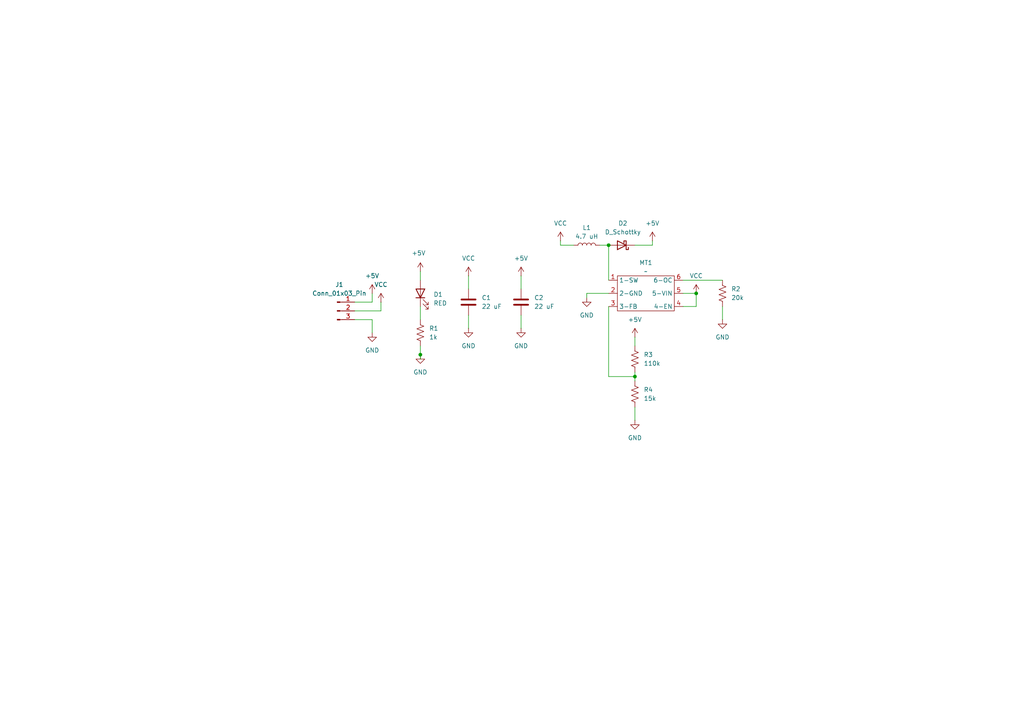
<source format=kicad_sch>
(kicad_sch (version 20250114) (generator "eeschema") (generator_version "9.0")
  (paper "A4")
  (lib_symbols
    (symbol "Connector:Conn_01x03_Pin" (pin_names (offset 1.016) (hide yes))
      (property "Reference" "J" (at 0 5.08 0))
      (property "Value" "Conn_01x03_Pin" (at 0 -5.08 0))
      (symbol "Conn_01x03_Pin_1_1"
        (rectangle (start 0.8636 2.667) (end 0 2.413) (stroke (width 0.1524)) (fill (type outline)))
        (rectangle (start 0.8636 0.127) (end 0 -0.127) (stroke (width 0.1524)) (fill (type outline)))
        (rectangle (start 0.8636 -2.413) (end 0 -2.667) (stroke (width 0.1524)) (fill (type outline)))
        (polyline (pts (xy 1.27 2.54) (xy 0.8636 2.54)) (stroke (width 0.1524)))
        (polyline (pts (xy 1.27 0) (xy 0.8636 0)) (stroke (width 0.1524)))
        (polyline (pts (xy 1.27 -2.54) (xy 0.8636 -2.54)) (stroke (width 0.1524)))
        (pin passive line (at 5.08 2.54 180) (length 3.81) (name "Pin_1") (number "1"))
        (pin passive line (at 5.08 0 180) (length 3.81) (name "Pin_2") (number "2"))
        (pin passive line (at 5.08 -2.54 180) (length 3.81) (name "Pin_3") (number "3"))
      )
    )
    (symbol "Device:C" (pin_numbers (hide yes)) (pin_names (offset 0.254))
      (property "Reference" "C" (at 0.635 2.54 0))
      (property "Value" "C" (at 0.635 -2.54 0))
      (symbol "C_0_1"
        (polyline (pts (xy -2.032 0.762) (xy 2.032 0.762)) (stroke (width 0.508)))
        (polyline (pts (xy -2.032 -0.762) (xy 2.032 -0.762)) (stroke (width 0.508)))
      )
      (symbol "C_1_1"
        (pin passive line (at 0 3.81 270) (length 2.794) (name "~") (number "1"))
        (pin passive line (at 0 -3.81 90) (length 2.794) (name "~") (number "2"))
      )
    )
    (symbol "Device:D_Schottky" (pin_numbers (hide yes)) (pin_names (offset 1.016) (hide yes))
      (property "Reference" "D" (at 0 2.54 0))
      (property "Value" "D_Schottky" (at 0 -2.54 0))
      (symbol "D_Schottky_0_1"
        (polyline (pts (xy -1.905 0.635) (xy -1.905 1.27) (xy -1.27 1.27) (xy -1.27 -1.27) (xy -0.635 -1.27) (xy -0.635 -0.635)) (stroke (width 0.254)))
        (polyline (pts (xy 1.27 1.27) (xy 1.27 -1.27) (xy -1.27 0) (xy 1.27 1.27)) (stroke (width 0.254)))
        (polyline (pts (xy 1.27 0) (xy -1.27 0)))
      )
      (symbol "D_Schottky_1_1"
        (pin passive line (at -3.81 0 0) (length 2.54) (name "K") (number "1"))
        (pin passive line (at 3.81 0 180) (length 2.54) (name "A") (number "2"))
      )
    )
    (symbol "Device:L" (pin_numbers (hide yes)) (pin_names (offset 1.016) (hide yes))
      (property "Reference" "L" (at -1.27 0 90))
      (property "Value" "L" (at 1.905 0 90))
      (symbol "L_0_1"
        (arc (start 0 2.54) (mid 0.6323 1.905) (end 0 1.27))
        (arc (start 0 1.27) (mid 0.6323 0.635) (end 0 0))
        (arc (start 0 0) (mid 0.6323 -0.635) (end 0 -1.27))
        (arc (start 0 -1.27) (mid 0.6323 -1.905) (end 0 -2.54))
      )
      (symbol "L_1_1"
        (pin passive line (at 0 3.81 270) (length 1.27) (name "1") (number "1"))
        (pin passive line (at 0 -3.81 90) (length 1.27) (name "2") (number "2"))
      )
    )
    (symbol "Device:LED" (pin_numbers (hide yes)) (pin_names (offset 1.016) (hide yes))
      (property "Reference" "D" (at 0 2.54 0))
      (property "Value" "LED" (at 0 -2.54 0))
      (symbol "LED_0_1"
        (polyline (pts (xy -3.048 -0.762) (xy -4.572 -2.286) (xy -3.81 -2.286) (xy -4.572 -2.286) (xy -4.572 -1.524)))
        (polyline (pts (xy -1.778 -0.762) (xy -3.302 -2.286) (xy -2.54 -2.286) (xy -3.302 -2.286) (xy -3.302 -1.524)))
        (polyline (pts (xy -1.27 0) (xy 1.27 0)))
        (polyline (pts (xy -1.27 -1.27) (xy -1.27 1.27)) (stroke (width 0.254)))
        (polyline (pts (xy 1.27 -1.27) (xy 1.27 1.27) (xy -1.27 0) (xy 1.27 -1.27)) (stroke (width 0.254)))
      )
      (symbol "LED_1_1"
        (pin passive line (at -3.81 0 0) (length 2.54) (name "K") (number "1"))
        (pin passive line (at 3.81 0 180) (length 2.54) (name "A") (number "2"))
      )
    )
    (symbol "Device:R_US" (pin_numbers (hide yes)) (pin_names (offset 0))
      (property "Reference" "R" (at 2.54 0 90))
      (property "Value" "R_US" (at -2.54 0 90))
      (symbol "R_US_0_1"
        (polyline (pts (xy 0 2.286) (xy 0 2.54)))
        (polyline (pts (xy 0 2.286) (xy 1.016 1.905) (xy 0 1.524) (xy -1.016 1.143) (xy 0 0.762)))
        (polyline (pts (xy 0 0.762) (xy 1.016 0.381) (xy 0 0) (xy -1.016 -0.381) (xy 0 -0.762)))
        (polyline (pts (xy 0 -0.762) (xy 1.016 -1.143) (xy 0 -1.524) (xy -1.016 -1.905) (xy 0 -2.286)))
        (polyline (pts (xy 0 -2.286) (xy 0 -2.54)))
      )
      (symbol "R_US_1_1"
        (pin passive line (at 0 3.81 270) (length 1.27) (name "~") (number "1"))
        (pin passive line (at 0 -3.81 90) (length 1.27) (name "~") (number "2"))
      )
    )
    (symbol "Sensor:MT3608L"
      (property "Reference" "MT" (at 0 0 0))
      (symbol "MT3608L_0_1"
        (polyline (pts (xy -5.08 -13.97) (xy -5.08 -3.81) (xy 11.43 -3.81) (xy 11.43 -13.97) (xy -5.08 -13.97)))
      )
      (symbol "MT3608L_1_1"
        (pin input line (at -7.62 -5.08 0) (length 2.54) (name "1-SW") (number "1"))
        (pin input line (at -7.62 -8.89 0) (length 2.54) (name "2-GND") (number "2"))
        (pin input line (at -7.62 -12.7 0) (length 2.54) (name "3-FB") (number "3"))
        (pin input line (at 13.97 -5.08 180) (length 2.54) (name "6-OC") (number "6"))
        (pin input line (at 13.97 -8.89 180) (length 2.54) (name "5-VIN") (number "5"))
        (pin input line (at 13.97 -12.7 180) (length 2.54) (name "4-EN") (number "4"))
      )
    )
    (symbol "power:+5V" (power) (pin_numbers (hide yes)) (pin_names (offset 0) (hide yes))
      (property "Value" "+5V" (at 0 3.556 0))
      (symbol "+5V_0_1"
        (polyline (pts (xy -0.762 1.27) (xy 0 2.54)))
        (polyline (pts (xy 0 2.54) (xy 0.762 1.27)))
        (polyline (pts (xy 0 0) (xy 0 2.54)))
      )
      (symbol "+5V_1_1"
        (pin power_in line (at 0 0 90) (length 0) (name "~") (number "1"))
      )
    )
    (symbol "power:GND" (power) (pin_numbers (hide yes)) (pin_names (offset 0) (hide yes))
      (property "Value" "GND" (at 0 -3.81 0))
      (symbol "GND_0_1"
        (polyline (pts (xy 0 0) (xy 0 -1.27) (xy 1.27 -1.27) (xy 0 -2.54) (xy -1.27 -1.27) (xy 0 -1.27)))
      )
      (symbol "GND_1_1"
        (pin power_in line (at 0 0 270) (length 0) (name "~") (number "1"))
      )
    )
    (symbol "power:VCC" (power) (pin_numbers (hide yes)) (pin_names (offset 0) (hide yes))
      (property "Value" "VCC" (at 0 3.556 0))
      (symbol "VCC_0_1"
        (polyline (pts (xy -0.762 1.27) (xy 0 2.54)))
        (polyline (pts (xy 0 2.54) (xy 0.762 1.27)))
        (polyline (pts (xy 0 0) (xy 0 2.54)))
      )
      (symbol "VCC_1_1"
        (pin power_in line (at 0 0 90) (length 0) (name "~") (number "1"))
      )
    )
  )
  (junction (at 121.92 102.87))
  (junction (at 201.93 85.09))
  (junction (at 184.15 109.22))
  (junction (at 176.53 71.12))
  (wire (pts (xy 102.87 87.63) (xy 107.95 87.63)))
  (wire (pts (xy 184.15 71.12) (xy 189.23 71.12)))
  (wire (pts (xy 173.99 71.12) (xy 176.53 71.12)))
  (wire (pts (xy 198.12 85.09) (xy 201.93 85.09)))
  (wire (pts (xy 102.87 92.71) (xy 107.95 92.71)))
  (wire (pts (xy 162.56 71.12) (xy 162.56 69.85)))
  (wire (pts (xy 184.15 118.11) (xy 184.15 121.92)))
  (wire (pts (xy 176.53 85.09) (xy 170.18 85.09)))
  (wire (pts (xy 209.55 88.9) (xy 209.55 92.71)))
  (wire (pts (xy 121.92 78.74) (xy 121.92 81.28)))
  (wire (pts (xy 121.92 100.33) (xy 121.92 102.87)))
  (wire (pts (xy 166.37 71.12) (xy 162.56 71.12)))
  (wire (pts (xy 107.95 92.71) (xy 107.95 96.52)))
  (wire (pts (xy 151.13 91.44) (xy 151.13 95.25)))
  (wire (pts (xy 184.15 97.79) (xy 184.15 100.33)))
  (wire (pts (xy 198.12 88.9) (xy 201.93 88.9)))
  (wire (pts (xy 189.23 71.12) (xy 189.23 69.85)))
  (wire (pts (xy 184.15 109.22) (xy 184.15 110.49)))
  (wire (pts (xy 121.92 88.9) (xy 121.92 92.71)))
  (wire (pts (xy 176.53 88.9) (xy 176.53 109.22)))
  (wire (pts (xy 176.53 109.22) (xy 184.15 109.22)))
  (wire (pts (xy 107.95 87.63) (xy 107.95 85.09)))
  (wire (pts (xy 184.15 107.95) (xy 184.15 109.22)))
  (wire (pts (xy 135.89 91.44) (xy 135.89 95.25)))
  (wire (pts (xy 201.93 85.09) (xy 201.93 88.9)))
  (wire (pts (xy 121.92 104.14) (xy 121.92 102.87)))
  (wire (pts (xy 170.18 85.09) (xy 170.18 86.36)))
  (wire (pts (xy 151.13 80.01) (xy 151.13 83.82)))
  (wire (pts (xy 176.53 71.12) (xy 176.53 81.28)))
  (wire (pts (xy 198.12 81.28) (xy 209.55 81.28)))
  (wire (pts (xy 110.49 90.17) (xy 110.49 87.63)))
  (wire (pts (xy 102.87 90.17) (xy 110.49 90.17)))
  (wire (pts (xy 135.89 80.01) (xy 135.89 83.82)))
  (symbol (lib_id "power:VCC") (at 201.93 85.09 0) (unit 1)
    (property "Reference" "#PWR013" (effects (hide yes)))
    (property "Value" "VCC" (at 201.93 80.01 0))
    (property "Description" "Power symbol creates a global label with name \"VCC\"" (effects (hide yes)))
  )
  (symbol (lib_id "Device:D_Schottky") (at 180.34 71.12 180) (unit 1)
    (property "Reference" "D2" (at 180.6575 64.77 0))
    (property "Value" "D_Schottky" (at 180.6575 67.31 0))
    (property "Footprint" "Diode_SMD:D_SOD-123" (effects (hide yes)))
    (property "Description" "Schottky diode" (effects (hide yes)))
  )
  (symbol (lib_id "power:VCC") (at 110.49 87.63 0) (unit 1)
    (property "Reference" "#PWR05" (effects (hide yes)))
    (property "Value" "VCC" (at 110.49 82.55 0))
    (property "Description" "Power symbol creates a global label with name \"VCC\"" (effects (hide yes)))
  )
  (symbol (lib_id "power:GND") (at 135.89 95.25 0) (unit 1)
    (property "Reference" "#PWR011" (effects (hide yes)))
    (property "Value" "GND" (at 135.89 100.33 0))
    (property "Description" "Power symbol creates a global label with name \"GND\" , ground" (effects (hide yes)))
  )
  (symbol (lib_id "power:+5V") (at 189.23 69.85 0) (unit 1)
    (property "Reference" "#PWR019" (effects (hide yes)))
    (property "Value" "+5V" (at 189.23 64.77 0))
    (property "Description" "Power symbol creates a global label with name \"+5V\"" (effects (hide yes)))
  )
  (symbol (lib_id "power:GND") (at 107.95 96.52 0) (unit 1)
    (property "Reference" "#PWR04" (effects (hide yes)))
    (property "Value" "GND" (at 107.95 101.6 0))
    (property "Description" "Power symbol creates a global label with name \"GND\" , ground" (effects (hide yes)))
  )
  (symbol (lib_id "Device:R_US") (at 184.15 114.3 0) (unit 1)
    (property "Reference" "R4" (at 186.69 113.0299 0) (effects (justify left)))
    (property "Value" "15k" (at 186.69 115.5699 0) (effects (justify left)))
    (property "Footprint" "Resistor_SMD:R_0815_2038Metric_Pad1.20x4.05mm_HandSolder" (effects (hide yes)))
    (property "Description" "Resistor, US symbol" (effects (hide yes)))
  )
  (symbol (lib_id "power:GND") (at 209.55 92.71 0) (unit 1)
    (property "Reference" "#PWR014" (effects (hide yes)))
    (property "Value" "GND" (at 209.55 97.79 0))
    (property "Description" "Power symbol creates a global label with name \"GND\" , ground" (effects (hide yes)))
  )
  (symbol (lib_id "power:VCC") (at 135.89 80.01 0) (unit 1)
    (property "Reference" "#PWR09" (effects (hide yes)))
    (property "Value" "VCC" (at 135.89 74.93 0))
    (property "Description" "Power symbol creates a global label with name \"VCC\"" (effects (hide yes)))
  )
  (symbol (lib_id "power:GND") (at 151.13 95.25 0) (unit 1)
    (property "Reference" "#PWR012" (effects (hide yes)))
    (property "Value" "GND" (at 151.13 100.33 0))
    (property "Description" "Power symbol creates a global label with name \"GND\" , ground" (effects (hide yes)))
  )
  (symbol (lib_id "power:+5V") (at 184.15 97.79 0) (unit 1)
    (property "Reference" "#PWR016" (effects (hide yes)))
    (property "Value" "+5V" (at 184.15 92.71 0))
    (property "Description" "Power symbol creates a global label with name \"+5V\"" (effects (hide yes)))
  )
  (symbol (lib_id "Device:R_US") (at 184.15 104.14 0) (unit 1)
    (property "Reference" "R3" (at 186.69 102.8699 0) (effects (justify left)))
    (property "Value" "110k" (at 186.69 105.4099 0) (effects (justify left)))
    (property "Footprint" "Resistor_SMD:R_0815_2038Metric_Pad1.20x4.05mm_HandSolder" (effects (hide yes)))
    (property "Description" "Resistor, US symbol" (effects (hide yes)))
  )
  (symbol (lib_id "Sensor:MT3608L") (at 184.15 76.2 0) (unit 1)
    (property "Reference" "MT1" (at 187.325 76.2 0))
    (property "Value" "~" (at 187.325 78.74 0))
    (property "Footprint" "Package_TO_SOT_SMD:SOT-23-6" (effects (hide yes)))
  )
  (symbol (lib_id "Device:C") (at 151.13 87.63 0) (unit 1)
    (property "Reference" "C2" (at 154.94 86.3599 0) (effects (justify left)))
    (property "Value" "22 uF" (at 154.94 88.8999 0) (effects (justify left)))
    (property "Footprint" "Capacitor_THT:CP_Radial_D5.0mm_P2.00mm" (effects (hide yes)))
    (property "Description" "Unpolarized capacitor" (effects (hide yes)))
  )
  (symbol (lib_id "power:GND") (at 121.92 102.87 0) (unit 1)
    (property "Reference" "#PWR02" (effects (hide yes)))
    (property "Value" "GND" (at 121.92 107.95 0))
    (property "Description" "Power symbol creates a global label with name \"GND\" , ground" (effects (hide yes)))
  )
  (symbol (lib_id "power:+5V") (at 151.13 80.01 0) (unit 1)
    (property "Reference" "#PWR010" (effects (hide yes)))
    (property "Value" "+5V" (at 151.13 74.93 0))
    (property "Description" "Power symbol creates a global label with name \"+5V\"" (effects (hide yes)))
  )
  (symbol (lib_id "Device:R_US") (at 121.92 96.52 0) (unit 1)
    (property "Reference" "R1" (at 124.46 95.2499 0) (effects (justify left)))
    (property "Value" "1k" (at 124.46 97.7899 0) (effects (justify left)))
    (property "Footprint" "Resistor_SMD:R_0815_2038Metric_Pad1.20x4.05mm_HandSolder" (effects (hide yes)))
    (property "Description" "Resistor, US symbol" (effects (hide yes)))
  )
  (symbol (lib_id "power:VCC") (at 162.56 69.85 0) (unit 1)
    (property "Reference" "#PWR018" (effects (hide yes)))
    (property "Value" "VCC" (at 162.56 64.77 0))
    (property "Description" "Power symbol creates a global label with name \"VCC\"" (effects (hide yes)))
  )
  (symbol (lib_id "Device:L") (at 170.18 71.12 90) (unit 1)
    (property "Reference" "L1" (at 170.18 66.04 90))
    (property "Value" "4.7 uH" (at 170.18 68.58 90))
    (property "Footprint" "Inductor_SMD:L_0805_2012Metric" (effects (hide yes)))
    (property "Description" "Inductor" (effects (hide yes)))
  )
  (symbol (lib_id "Device:R_US") (at 209.55 85.09 0) (unit 1)
    (property "Reference" "R2" (at 212.09 83.8199 0) (effects (justify left)))
    (property "Value" "20k" (at 212.09 86.3599 0) (effects (justify left)))
    (property "Footprint" "Resistor_SMD:R_0815_2038Metric_Pad1.20x4.05mm_HandSolder" (effects (hide yes)))
    (property "Description" "Resistor, US symbol" (effects (hide yes)))
  )
  (symbol (lib_id "power:+5V") (at 121.92 78.74 0) (unit 1)
    (property "Reference" "#PWR01" (effects (hide yes)))
    (property "Value" "+5V" (at 121.412 73.406 0))
    (property "Description" "Power symbol creates a global label with name \"+5V\"" (effects (hide yes)))
  )
  (symbol (lib_id "Device:LED") (at 121.92 85.09 90) (unit 1)
    (property "Reference" "D1" (at 125.73 85.4074 90) (effects (justify right)))
    (property "Value" "RED" (at 125.73 87.9474 90) (effects (justify right)))
    (property "Footprint" "LED_SMD:LED_0603_1608Metric_Pad1.05x0.95mm_HandSolder" (effects (hide yes)))
    (property "Description" "Light emitting diode" (effects (hide yes)))
    (property "Sim.Pins" "1=K 2=A" (effects (hide yes)))
  )
  (symbol (lib_id "power:GND") (at 184.15 121.92 0) (unit 1)
    (property "Reference" "#PWR017" (effects (hide yes)))
    (property "Value" "GND" (at 184.15 127 0))
    (property "Description" "Power symbol creates a global label with name \"GND\" , ground" (effects (hide yes)))
  )
  (symbol (lib_id "Connector:Conn_01x03_Pin") (at 97.79 90.17 0) (unit 1)
    (property "Reference" "J1" (at 98.425 82.55 0))
    (property "Value" "Conn_01x03_Pin" (at 98.425 85.09 0))
    (property "Footprint" "Connector_PinSocket_2.54mm:PinSocket_1x03_P2.54mm_Vertical" (effects (hide yes)))
    (property "Description" "Generic connector, single row, 01x03, script generated" (effects (hide yes)))
  )
  (symbol (lib_id "Device:C") (at 135.89 87.63 0) (unit 1)
    (property "Reference" "C1" (at 139.7 86.3599 0) (effects (justify left)))
    (property "Value" "22 uF" (at 139.7 88.8999 0) (effects (justify left)))
    (property "Footprint" "Capacitor_THT:CP_Radial_D5.0mm_P2.00mm" (effects (hide yes)))
    (property "Description" "Unpolarized capacitor" (effects (hide yes)))
  )
  (symbol (lib_id "power:GND") (at 170.18 86.36 0) (unit 1)
    (property "Reference" "#PWR015" (effects (hide yes)))
    (property "Value" "GND" (at 170.18 91.44 0))
    (property "Description" "Power symbol creates a global label with name \"GND\" , ground" (effects (hide yes)))
  )
  (symbol (lib_id "power:+5V") (at 107.95 85.09 0) (unit 1)
    (property "Reference" "#PWR03" (effects (hide yes)))
    (property "Value" "+5V" (at 107.95 80.01 0))
    (property "Description" "Power symbol creates a global label with name \"+5V\"" (effects (hide yes)))
  )
)
</source>
